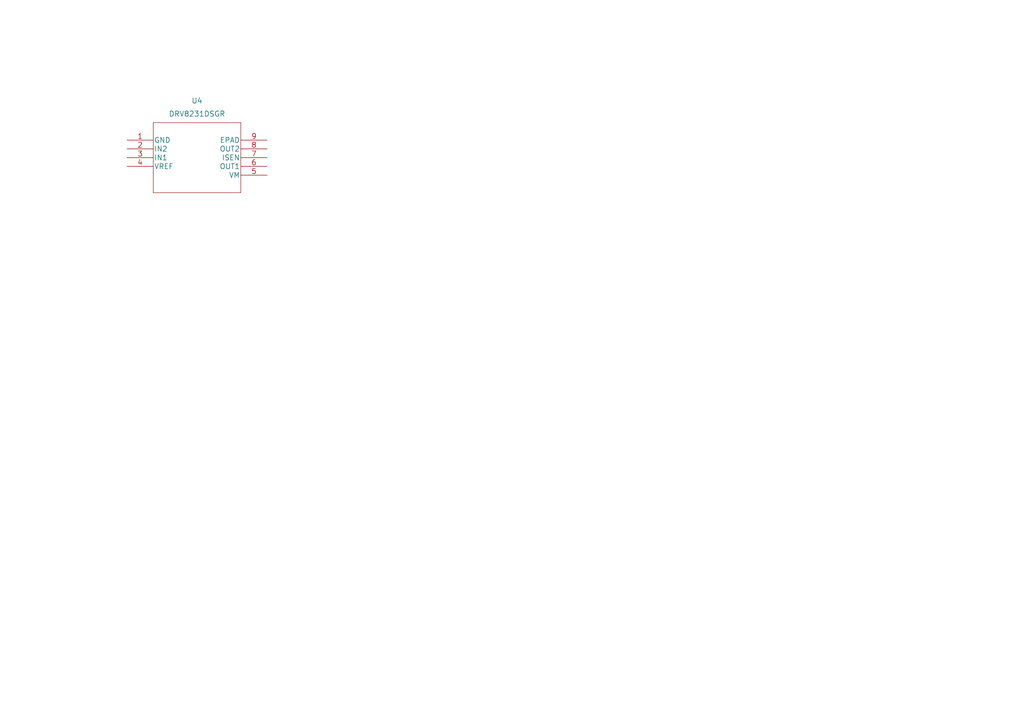
<source format=kicad_sch>
(kicad_sch (version 20211123) (generator eeschema)
  (paper "A4")
  (lib_symbols
    (symbol "DRV8321:DRV8231DSGR" (pin_names (offset 0.254))
      (property "Reference" "U" (at 20.32 10.16 0))
      (property "Value" "DRV8231DSGR" (at 20.32 7.62 0))
      (symbol "DRV8231DSGR_1_1"
        (polyline (pts (xy 7.62 -15.24) (xy 33.02 -15.24)) (stroke (width 0.127)))
        (polyline (pts (xy 7.62 5.08) (xy 7.62 -15.24)) (stroke (width 0.127)))
        (polyline (pts (xy 33.02 -15.24) (xy 33.02 5.08)) (stroke (width 0.127)))
        (polyline (pts (xy 33.02 5.08) (xy 7.62 5.08)) (stroke (width 0.127)))
        (pin power_in line (at 0 0 0) (length 7.62) (name "GND") (number "1"))
        (pin input line (at 0 -2.54 0) (length 7.62) (name "IN2") (number "2"))
        (pin input line (at 0 -5.08 0) (length 7.62) (name "IN1") (number "3"))
        (pin power_in line (at 0 -7.62 0) (length 7.62) (name "VREF") (number "4"))
        (pin power_in line (at 40.64 -10.16 180) (length 7.62) (name "VM") (number "5"))
        (pin output line (at 40.64 -7.62 180) (length 7.62) (name "OUT1") (number "6"))
        (pin power_in line (at 40.64 -5.08 180) (length 7.62) (name "ISEN") (number "7"))
        (pin output line (at 40.64 -2.54 180) (length 7.62) (name "OUT2") (number "8"))
        (pin power_in line (at 40.64 0 180) (length 7.62) (name "EPAD") (number "9"))
      )
    )
  )
  (symbol (lib_id "DRV8321:DRV8231DSGR") (at 36.83 40.64 0) (unit 1)
    (property "Reference" "U4" (at 57.15 29.21 0) (effects (font (size 1.524 1.524))))
    (property "Value" "DRV8231DSGR" (at 57.15 33.02 0) (effects (font (size 1.524 1.524))))
    (property "Footprint" "DRV8231ADSGR:SON50P200X200X80-9N" (effects hide))
  )
)
</source>
